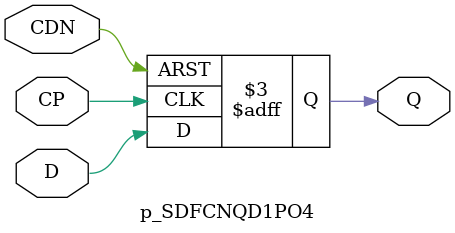
<source format=v>
`timescale 10ps/1ps
module p_SDFCNQD1PO4 (D,CP,CDN,Q);
input D;
input CP;
input CDN;
output Q;
reg Q;
always @(posedge CP or negedge CDN)
begin
    if(~CDN)
        Q <= 1'b0;
    else
        Q <= D;
end
endmodule

</source>
